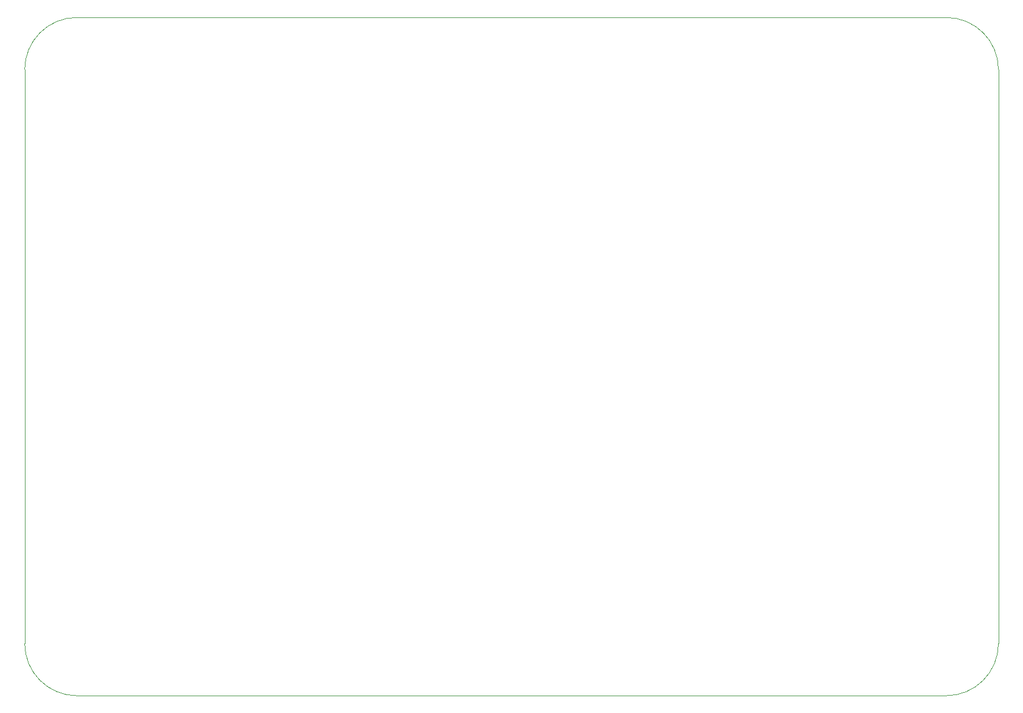
<source format=gbr>
%TF.GenerationSoftware,KiCad,Pcbnew,(6.0.4-0)*%
%TF.CreationDate,2022-08-15T14:03:23-05:00*%
%TF.ProjectId,CowPi-mk3a,436f7750-692d-46d6-9b33-612e6b696361,mk3a*%
%TF.SameCoordinates,PX43d3480PY8c7ecc0*%
%TF.FileFunction,Profile,NP*%
%FSLAX46Y46*%
G04 Gerber Fmt 4.6, Leading zero omitted, Abs format (unit mm)*
G04 Created by KiCad (PCBNEW (6.0.4-0)) date 2022-08-15 14:03:23*
%MOMM*%
%LPD*%
G01*
G04 APERTURE LIST*
%TA.AperFunction,Profile*%
%ADD10C,0.100000*%
%TD*%
G04 APERTURE END LIST*
D10*
X0Y7620000D02*
G75*
G03*
X7620000Y0I7620000J0D01*
G01*
X142240000Y91440000D02*
X142240000Y7620000D01*
X142240000Y91440000D02*
G75*
G03*
X134620000Y99060000I-7620000J0D01*
G01*
X134620000Y0D02*
G75*
G03*
X142240000Y7620000I0J7620000D01*
G01*
X134620000Y0D02*
X7620000Y0D01*
X0Y7620000D02*
X0Y91440000D01*
X7620000Y99060000D02*
X134620000Y99060000D01*
X7620000Y99060000D02*
G75*
G03*
X0Y91440000I0J-7620000D01*
G01*
M02*

</source>
